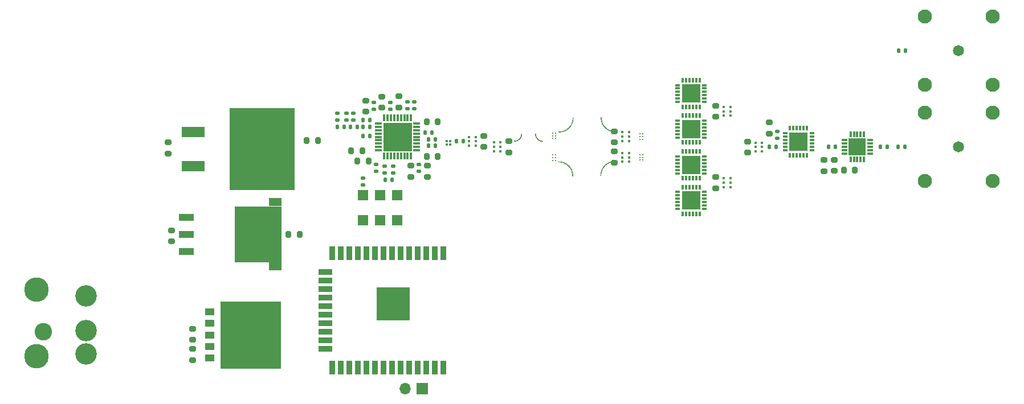
<source format=gbr>
%TF.GenerationSoftware,KiCad,Pcbnew,(6.0.9)*%
%TF.CreationDate,2022-11-10T01:17:40-05:00*%
%TF.ProjectId,5GHzPhaseShifter,3547487a-5068-4617-9365-536869667465,rev?*%
%TF.SameCoordinates,Original*%
%TF.FileFunction,Soldermask,Top*%
%TF.FilePolarity,Negative*%
%FSLAX46Y46*%
G04 Gerber Fmt 4.6, Leading zero omitted, Abs format (unit mm)*
G04 Created by KiCad (PCBNEW (6.0.9)) date 2022-11-10 01:17:40*
%MOMM*%
%LPD*%
G01*
G04 APERTURE LIST*
G04 Aperture macros list*
%AMRoundRect*
0 Rectangle with rounded corners*
0 $1 Rounding radius*
0 $2 $3 $4 $5 $6 $7 $8 $9 X,Y pos of 4 corners*
0 Add a 4 corners polygon primitive as box body*
4,1,4,$2,$3,$4,$5,$6,$7,$8,$9,$2,$3,0*
0 Add four circle primitives for the rounded corners*
1,1,$1+$1,$2,$3*
1,1,$1+$1,$4,$5*
1,1,$1+$1,$6,$7*
1,1,$1+$1,$8,$9*
0 Add four rect primitives between the rounded corners*
20,1,$1+$1,$2,$3,$4,$5,0*
20,1,$1+$1,$4,$5,$6,$7,0*
20,1,$1+$1,$6,$7,$8,$9,0*
20,1,$1+$1,$8,$9,$2,$3,0*%
%AMFreePoly0*
4,1,38,2.141972,2.141972,2.163500,2.090000,2.147795,1.829795,2.100910,1.573368,2.023525,1.324442,1.916762,1.086629,1.782173,0.863383,1.621711,0.657944,1.437706,0.473296,1.232828,0.312118,1.010053,0.176751,0.772615,0.069159,0.523960,-0.009095,0.267698,-0.056874,0.073500,-0.069275,0.073500,-0.073500,-0.073500,-0.073500,-0.073500,0.073500,0.007005,0.073500,0.007036,0.073513,
0.007068,0.073500,0.069669,0.073500,0.270178,0.087316,0.528702,0.139560,0.778220,0.225030,1.014482,0.342268,1.233462,0.489278,1.431431,0.663555,1.605017,0.862131,1.751261,1.081623,1.867674,1.318292,1.952273,1.568107,2.003615,1.826812,2.020237,2.080978,2.016500,2.090000,2.038028,2.141972,2.090000,2.163500,2.141972,2.141972,2.141972,2.141972,$1*%
%AMFreePoly1*
4,1,38,2.138326,2.141969,2.159854,2.089997,2.144149,1.829792,2.097264,1.573365,2.019879,1.324439,1.913116,1.086626,1.778527,0.863380,1.618065,0.657941,1.434060,0.473293,1.229182,0.312115,1.006407,0.176748,0.768969,0.069156,0.520314,-0.009098,0.264052,-0.056877,0.073500,-0.069046,0.073500,-0.073500,-0.073500,-0.073500,-0.073500,0.073500,0.003366,0.073500,0.003390,0.073510,
0.003414,0.073500,0.066066,0.073500,0.266532,0.087313,0.525056,0.139557,0.774574,0.225027,1.010836,0.342265,1.229816,0.489275,1.427785,0.663552,1.601371,0.862128,1.747615,1.081620,1.864028,1.318289,1.948627,1.568104,1.999969,1.826809,2.016591,2.080975,2.012854,2.089997,2.034382,2.141969,2.086354,2.163497,2.138326,2.141969,2.138326,2.141969,$1*%
%AMFreePoly2*
4,1,28,1.096848,1.102096,1.118500,1.050175,1.101933,0.855475,1.051809,0.666610,0.969651,0.489318,0.857955,0.328985,0.720114,0.190485,0.560316,0.078024,0.383418,-0.004979,0.194794,-0.056004,0.073500,-0.066908,0.073500,-0.073500,-0.073500,-0.073500,-0.073500,0.073500,0.041219,0.073500,0.169577,0.085039,0.334093,0.129542,0.488381,0.201936,0.627754,0.300023,0.747977,0.420821,
0.845397,0.560661,0.917055,0.715293,0.960772,0.880019,0.974589,1.042417,0.971500,1.049825,0.992904,1.101848,1.044825,1.123500,1.096848,1.102096,1.096848,1.102096,$1*%
G04 Aperture macros list end*
%ADD10RoundRect,0.200000X0.275000X-0.200000X0.275000X0.200000X-0.275000X0.200000X-0.275000X-0.200000X0*%
%ADD11RoundRect,0.135000X0.185000X-0.135000X0.185000X0.135000X-0.185000X0.135000X-0.185000X-0.135000X0*%
%ADD12RoundRect,0.135000X0.135000X0.185000X-0.135000X0.185000X-0.135000X-0.185000X0.135000X-0.185000X0*%
%ADD13R,2.160000X1.070000*%
%ADD14R,7.000000X8.330000*%
%ADD15R,1.910000X1.235000*%
%ADD16RoundRect,0.135000X-0.135000X-0.185000X0.135000X-0.185000X0.135000X0.185000X-0.135000X0.185000X0*%
%ADD17FreePoly0,180.000000*%
%ADD18FreePoly1,90.000000*%
%ADD19R,0.800000X0.300000*%
%ADD20R,0.300000X0.800000*%
%ADD21R,2.750000X2.750000*%
%ADD22R,0.330000X0.410000*%
%ADD23R,1.600000X1.600000*%
%ADD24C,1.650000*%
%ADD25C,2.100000*%
%ADD26RoundRect,0.200000X-0.200000X-0.275000X0.200000X-0.275000X0.200000X0.275000X-0.200000X0.275000X0*%
%ADD27RoundRect,0.200000X-0.275000X0.200000X-0.275000X-0.200000X0.275000X-0.200000X0.275000X0.200000X0*%
%ADD28R,0.300000X1.100000*%
%ADD29R,1.100000X0.300000*%
%ADD30R,4.250000X4.250000*%
%ADD31RoundRect,0.135000X-0.185000X0.135000X-0.185000X-0.135000X0.185000X-0.135000X0.185000X0.135000X0*%
%ADD32R,0.250000X0.250000*%
%ADD33R,0.950000X0.300000*%
%ADD34R,0.300000X0.950000*%
%ADD35R,2.500000X2.500000*%
%ADD36RoundRect,0.200000X0.200000X0.275000X-0.200000X0.275000X-0.200000X-0.275000X0.200000X-0.275000X0*%
%ADD37R,1.370000X1.070000*%
%ADD38R,9.000000X10.000000*%
%ADD39FreePoly0,0.000000*%
%ADD40FreePoly1,270.000000*%
%ADD41R,1.700000X1.700000*%
%ADD42O,1.700000X1.700000*%
%ADD43FreePoly2,0.000000*%
%ADD44FreePoly2,270.000000*%
%ADD45R,0.900000X2.000000*%
%ADD46R,2.000000X0.900000*%
%ADD47R,5.000000X5.000000*%
%ADD48R,0.300000X0.350000*%
%ADD49C,2.600000*%
%ADD50C,3.200000*%
%ADD51C,3.653000*%
%ADD52R,3.500000X1.600000*%
%ADD53R,9.750000X12.200000*%
G04 APERTURE END LIST*
D10*
%TO.C,R6*%
X140868400Y-109740200D03*
X140868400Y-108090200D03*
%TD*%
D11*
%TO.C,C22*%
X122370000Y-112778000D03*
X122370000Y-111758000D03*
%TD*%
D12*
%TO.C,C42*%
X197106000Y-108915200D03*
X196086000Y-108915200D03*
%TD*%
D10*
%TO.C,C41*%
X187706000Y-112534200D03*
X187706000Y-110884200D03*
%TD*%
D13*
%TO.C,IC7*%
X92971000Y-119380000D03*
X92971000Y-121920000D03*
X92971000Y-124460000D03*
D14*
X103641000Y-121920000D03*
D15*
X106186000Y-126702500D03*
X106186000Y-117137500D03*
%TD*%
D16*
%TO.C,R12*%
X198676800Y-108915200D03*
X199696800Y-108915200D03*
%TD*%
D17*
%TO.C,U4*%
X156638000Y-111143200D03*
D18*
X150368000Y-113233200D03*
%TD*%
D11*
%TO.C,C12*%
X117754400Y-104954800D03*
X117754400Y-103934800D03*
%TD*%
D19*
%TO.C,AT3*%
X165944800Y-105023600D03*
X165944800Y-105523600D03*
X165944800Y-106023600D03*
X165944800Y-106523600D03*
X165944800Y-107023600D03*
X165944800Y-107523600D03*
D20*
X166694800Y-108273600D03*
X167194800Y-108273600D03*
X167694800Y-108273600D03*
X168194800Y-108273600D03*
X168694800Y-108273600D03*
X169194800Y-108273600D03*
D19*
X169944800Y-107523600D03*
X169944800Y-107023600D03*
X169944800Y-106523600D03*
X169944800Y-106023600D03*
X169944800Y-105523600D03*
X169944800Y-105023600D03*
D20*
X169194800Y-104273600D03*
X168694800Y-104273600D03*
X168194800Y-104273600D03*
X167694800Y-104273600D03*
X167194800Y-104273600D03*
X166694800Y-104273600D03*
D21*
X167944800Y-106273600D03*
%TD*%
D22*
%TO.C,U7*%
X158737000Y-107391200D03*
X157747000Y-106741200D03*
X157747000Y-107391200D03*
X158737000Y-108041200D03*
X158737000Y-106741200D03*
X157747000Y-108041200D03*
%TD*%
D10*
%TO.C,C1*%
X122021600Y-103085400D03*
X122021600Y-101435400D03*
%TD*%
D23*
%TO.C,Y1*%
X119195000Y-119883000D03*
X121735000Y-119883000D03*
X124275000Y-119883000D03*
X124275000Y-116083000D03*
X121735000Y-116083000D03*
X119195000Y-116083000D03*
%TD*%
D24*
%TO.C,J2*%
X207695800Y-94615000D03*
D25*
X202645800Y-99665000D03*
X202645800Y-89565000D03*
X212745800Y-99665000D03*
X212745800Y-89565000D03*
%TD*%
D10*
%TO.C,R9*%
X171602400Y-104457000D03*
X171602400Y-102807000D03*
%TD*%
D19*
%TO.C,AT1*%
X165944800Y-110357600D03*
X165944800Y-110857600D03*
X165944800Y-111357600D03*
X165944800Y-111857600D03*
X165944800Y-112357600D03*
X165944800Y-112857600D03*
D20*
X166694800Y-113607600D03*
X167194800Y-113607600D03*
X167694800Y-113607600D03*
X168194800Y-113607600D03*
X168694800Y-113607600D03*
X169194800Y-113607600D03*
D19*
X169944800Y-112857600D03*
X169944800Y-112357600D03*
X169944800Y-111857600D03*
X169944800Y-111357600D03*
X169944800Y-110857600D03*
X169944800Y-110357600D03*
D20*
X169194800Y-109607600D03*
X168694800Y-109607600D03*
X168194800Y-109607600D03*
X167694800Y-109607600D03*
X167194800Y-109607600D03*
X166694800Y-109607600D03*
D21*
X167944800Y-111607600D03*
%TD*%
D11*
%TO.C,C2*%
X125780800Y-103278400D03*
X125780800Y-102258400D03*
%TD*%
%TO.C,R3*%
X115366800Y-104954800D03*
X115366800Y-103934800D03*
%TD*%
D12*
%TO.C,C37*%
X180545200Y-108915200D03*
X179525200Y-108915200D03*
%TD*%
D26*
%TO.C,C43*%
X108102400Y-121920000D03*
X109752400Y-121920000D03*
%TD*%
D10*
%TO.C,R10*%
X171602400Y-115074200D03*
X171602400Y-113424200D03*
%TD*%
D27*
%TO.C,C44*%
X93878400Y-138976600D03*
X93878400Y-140626600D03*
%TD*%
D16*
%TO.C,C10*%
X115364800Y-105918000D03*
X116384800Y-105918000D03*
%TD*%
D22*
%TO.C,U2*%
X138646200Y-108915200D03*
X139636200Y-109565200D03*
X138646200Y-108265200D03*
X139636200Y-108915200D03*
X138646200Y-109565200D03*
X139636200Y-108265200D03*
%TD*%
D10*
%TO.C,R11*%
X176326800Y-109765600D03*
X176326800Y-108115600D03*
%TD*%
D12*
%TO.C,C38*%
X189384400Y-108915200D03*
X188364400Y-108915200D03*
%TD*%
D28*
%TO.C,IC1*%
X126333000Y-104592000D03*
X125833000Y-104592000D03*
X125333000Y-104592000D03*
X124833000Y-104592000D03*
X124333000Y-104592000D03*
X123833000Y-104592000D03*
X123333000Y-104592000D03*
X122833000Y-104592000D03*
X122333000Y-104592000D03*
D29*
X121483000Y-105442000D03*
X121483000Y-105942000D03*
X121483000Y-106442000D03*
X121483000Y-106942000D03*
X121483000Y-107442000D03*
X121483000Y-107942000D03*
X121483000Y-108442000D03*
X121483000Y-108942000D03*
X121483000Y-109442000D03*
D28*
X122333000Y-110292000D03*
X122833000Y-110292000D03*
X123333000Y-110292000D03*
X123833000Y-110292000D03*
X124333000Y-110292000D03*
X124833000Y-110292000D03*
X125333000Y-110292000D03*
X125833000Y-110292000D03*
X126333000Y-110292000D03*
D29*
X127183000Y-109442000D03*
X127183000Y-108942000D03*
X127183000Y-108442000D03*
X127183000Y-107942000D03*
X127183000Y-107442000D03*
X127183000Y-106942000D03*
X127183000Y-106442000D03*
X127183000Y-105942000D03*
X127183000Y-105442000D03*
D30*
X124333000Y-107442000D03*
%TD*%
D12*
%TO.C,R1*%
X120194800Y-105918000D03*
X119174800Y-105918000D03*
%TD*%
D10*
%TO.C,R5*%
X137160000Y-108927400D03*
X137160000Y-107277400D03*
%TD*%
D26*
%TO.C,C16*%
X128664200Y-110337600D03*
X130314200Y-110337600D03*
%TD*%
D12*
%TO.C,C26*%
X134056000Y-108077000D03*
X133036000Y-108077000D03*
%TD*%
D31*
%TO.C,C18*%
X127508000Y-111504000D03*
X127508000Y-112524000D03*
%TD*%
D27*
%TO.C,C23*%
X126288800Y-111747800D03*
X126288800Y-113397800D03*
%TD*%
%TO.C,C46*%
X93878400Y-135979400D03*
X93878400Y-137629400D03*
%TD*%
D12*
%TO.C,R4*%
X123515000Y-113792000D03*
X122495000Y-113792000D03*
%TD*%
D16*
%TO.C,C9*%
X128420400Y-106781600D03*
X129440400Y-106781600D03*
%TD*%
D11*
%TO.C,C7*%
X120802400Y-103329200D03*
X120802400Y-102309200D03*
%TD*%
D19*
%TO.C,AT4*%
X165944800Y-99740400D03*
X165944800Y-100240400D03*
X165944800Y-100740400D03*
X165944800Y-101240400D03*
X165944800Y-101740400D03*
X165944800Y-102240400D03*
D20*
X166694800Y-102990400D03*
X167194800Y-102990400D03*
X167694800Y-102990400D03*
X168194800Y-102990400D03*
X168694800Y-102990400D03*
X169194800Y-102990400D03*
D19*
X169944800Y-102240400D03*
X169944800Y-101740400D03*
X169944800Y-101240400D03*
X169944800Y-100740400D03*
X169944800Y-100240400D03*
X169944800Y-99740400D03*
D20*
X169194800Y-98990400D03*
X168694800Y-98990400D03*
X168194800Y-98990400D03*
X167694800Y-98990400D03*
X167194800Y-98990400D03*
X166694800Y-98990400D03*
D21*
X167944800Y-100990400D03*
%TD*%
D16*
%TO.C,C15*%
X128928400Y-108762800D03*
X129948400Y-108762800D03*
%TD*%
D11*
%TO.C,C35*%
X180746400Y-107647200D03*
X180746400Y-106627200D03*
%TD*%
D16*
%TO.C,C14*%
X128928400Y-107797600D03*
X129948400Y-107797600D03*
%TD*%
D24*
%TO.C,J1*%
X207707600Y-108915200D03*
D25*
X202657600Y-113965200D03*
X202657600Y-103865200D03*
X212757600Y-113965200D03*
X212757600Y-103865200D03*
%TD*%
D26*
%TO.C,C39*%
X190640200Y-112369600D03*
X192290200Y-112369600D03*
%TD*%
D31*
%TO.C,C20*%
X121158000Y-111554800D03*
X121158000Y-112574800D03*
%TD*%
D32*
%TO.C,IC2*%
X147774000Y-110940800D03*
X147774000Y-110540800D03*
X147774000Y-110140800D03*
X147374000Y-110140800D03*
X147374000Y-110540800D03*
X147374000Y-110940800D03*
%TD*%
D10*
%TO.C,C36*%
X179527200Y-106946200D03*
X179527200Y-105296200D03*
%TD*%
D19*
%TO.C,AT5*%
X181896000Y-106903200D03*
X181896000Y-107403200D03*
X181896000Y-107903200D03*
X181896000Y-108403200D03*
X181896000Y-108903200D03*
X181896000Y-109403200D03*
D20*
X182646000Y-110153200D03*
X183146000Y-110153200D03*
X183646000Y-110153200D03*
X184146000Y-110153200D03*
X184646000Y-110153200D03*
X185146000Y-110153200D03*
D19*
X185896000Y-109403200D03*
X185896000Y-108903200D03*
X185896000Y-108403200D03*
X185896000Y-107903200D03*
X185896000Y-107403200D03*
X185896000Y-106903200D03*
D20*
X185146000Y-106153200D03*
X184646000Y-106153200D03*
X184146000Y-106153200D03*
X183646000Y-106153200D03*
X183146000Y-106153200D03*
X182646000Y-106153200D03*
D21*
X183896000Y-108153200D03*
%TD*%
D22*
%TO.C,U8*%
X173773800Y-103632000D03*
X172783800Y-102982000D03*
X172783800Y-103632000D03*
X173773800Y-102982000D03*
X173773800Y-104282000D03*
X172783800Y-104282000D03*
%TD*%
D32*
%TO.C,IC5*%
X160757000Y-110890000D03*
X160757000Y-110490000D03*
X160757000Y-110090000D03*
X160357000Y-110090000D03*
X160357000Y-110490000D03*
X160357000Y-110890000D03*
%TD*%
D11*
%TO.C,C13*%
X116738400Y-104954800D03*
X116738400Y-103934800D03*
%TD*%
D10*
%TO.C,C3*%
X124510800Y-103034600D03*
X124510800Y-101384600D03*
%TD*%
D33*
%TO.C,IC6*%
X190733600Y-107915200D03*
X190733600Y-108415200D03*
X190733600Y-108915200D03*
X190733600Y-109415200D03*
X190733600Y-109915200D03*
D34*
X191633600Y-110815200D03*
X192133600Y-110815200D03*
X192633600Y-110815200D03*
X193133600Y-110815200D03*
X193633600Y-110815200D03*
D33*
X194533600Y-109915200D03*
X194533600Y-109415200D03*
X194533600Y-108915200D03*
X194533600Y-108415200D03*
X194533600Y-107915200D03*
D34*
X193633600Y-107015200D03*
X193133600Y-107015200D03*
X192633600Y-107015200D03*
X192133600Y-107015200D03*
X191633600Y-107015200D03*
D35*
X192633600Y-108915200D03*
%TD*%
D27*
%TO.C,C19*%
X128727200Y-111747800D03*
X128727200Y-113397800D03*
%TD*%
D36*
%TO.C,C25*%
X119087400Y-109524800D03*
X117437400Y-109524800D03*
%TD*%
D22*
%TO.C,U6*%
X158737000Y-110490000D03*
X157747000Y-109840000D03*
X158737000Y-109840000D03*
X157747000Y-110490000D03*
X158737000Y-111140000D03*
X157747000Y-111140000D03*
%TD*%
D26*
%TO.C,C48*%
X110833400Y-107950000D03*
X112483400Y-107950000D03*
%TD*%
D10*
%TO.C,C6*%
X119583200Y-103695000D03*
X119583200Y-102045000D03*
%TD*%
D37*
%TO.C,IC9*%
X96376000Y-133466000D03*
X96376000Y-135186000D03*
X96376000Y-136906000D03*
X96376000Y-138626000D03*
X96376000Y-140346000D03*
D38*
X102501000Y-136906000D03*
%TD*%
D32*
%TO.C,IC4*%
X160757000Y-107791200D03*
X160757000Y-107391200D03*
X160757000Y-106991200D03*
X160357000Y-106991200D03*
X160357000Y-107391200D03*
X160357000Y-107791200D03*
%TD*%
D39*
%TO.C,U5*%
X148314400Y-106730800D03*
D40*
X154584400Y-104640800D03*
%TD*%
D12*
%TO.C,C11*%
X120194800Y-104902000D03*
X119174800Y-104902000D03*
%TD*%
%TO.C,C8*%
X120194800Y-107340400D03*
X119174800Y-107340400D03*
%TD*%
%TO.C,R2*%
X118315200Y-105918000D03*
X117295200Y-105918000D03*
%TD*%
D41*
%TO.C,J4*%
X127996000Y-144906600D03*
D42*
X125456000Y-144906600D03*
%TD*%
D32*
%TO.C,IC3*%
X147774000Y-107689600D03*
X147774000Y-107289600D03*
X147774000Y-106889600D03*
X147374000Y-106889600D03*
X147374000Y-107289600D03*
X147374000Y-107689600D03*
%TD*%
D43*
%TO.C,U3*%
X141681200Y-108102400D03*
D44*
X144816200Y-107052400D03*
%TD*%
D27*
%TO.C,R7*%
X156565600Y-109614200D03*
X156565600Y-111264200D03*
%TD*%
D11*
%TO.C,C49*%
X119195000Y-114556000D03*
X119195000Y-113536000D03*
%TD*%
D45*
%TO.C,U11*%
X131140200Y-124748400D03*
X129870200Y-124748400D03*
X128600200Y-124748400D03*
X127330200Y-124748400D03*
X126060200Y-124748400D03*
X124790200Y-124748400D03*
X123520200Y-124748400D03*
X122250200Y-124748400D03*
X120980200Y-124748400D03*
X119710200Y-124748400D03*
X118440200Y-124748400D03*
X117170200Y-124748400D03*
X115900200Y-124748400D03*
X114630200Y-124748400D03*
D46*
X113630200Y-127533400D03*
X113630200Y-128803400D03*
X113630200Y-130073400D03*
X113630200Y-131343400D03*
X113630200Y-132613400D03*
X113630200Y-133883400D03*
X113630200Y-135153400D03*
X113630200Y-136423400D03*
X113630200Y-137693400D03*
X113630200Y-138963400D03*
D45*
X114630200Y-141748400D03*
X115900200Y-141748400D03*
X117170200Y-141748400D03*
X118440200Y-141748400D03*
X119710200Y-141748400D03*
X120980200Y-141748400D03*
X122250200Y-141748400D03*
X123520200Y-141748400D03*
X124790200Y-141748400D03*
X126060200Y-141748400D03*
X127330200Y-141748400D03*
X128600200Y-141748400D03*
X129870200Y-141748400D03*
X131140200Y-141748400D03*
D47*
X123640200Y-132248400D03*
%TD*%
D10*
%TO.C,C47*%
X90728800Y-122999000D03*
X90728800Y-121349000D03*
%TD*%
D48*
%TO.C,FL1*%
X132126800Y-108056000D03*
X131626800Y-108056000D03*
X131626800Y-108606000D03*
X132126800Y-108606000D03*
%TD*%
D31*
%TO.C,C5*%
X126796800Y-102258400D03*
X126796800Y-103278400D03*
%TD*%
D36*
%TO.C,C17*%
X120001800Y-110998000D03*
X118351800Y-110998000D03*
%TD*%
D27*
%TO.C,R8*%
X156565600Y-106617000D03*
X156565600Y-108267000D03*
%TD*%
D31*
%TO.C,C21*%
X123640000Y-111758000D03*
X123640000Y-112778000D03*
%TD*%
%TO.C,C4*%
X123291600Y-102309200D03*
X123291600Y-103329200D03*
%TD*%
D10*
%TO.C,C40*%
X189230000Y-112483400D03*
X189230000Y-110833400D03*
%TD*%
D49*
%TO.C,J3*%
X71710000Y-136400000D03*
D50*
X78010000Y-139700000D03*
X78010000Y-131100000D03*
X78010000Y-136300000D03*
D51*
X70710000Y-130200000D03*
X70710000Y-140100000D03*
%TD*%
D26*
%TO.C,C24*%
X128664200Y-105156000D03*
X130314200Y-105156000D03*
%TD*%
D16*
%TO.C,R13*%
X198753000Y-94615000D03*
X199773000Y-94615000D03*
%TD*%
D10*
%TO.C,C45*%
X90271600Y-109892600D03*
X90271600Y-108242600D03*
%TD*%
D19*
%TO.C,AT2*%
X165944800Y-115640800D03*
X165944800Y-116140800D03*
X165944800Y-116640800D03*
X165944800Y-117140800D03*
X165944800Y-117640800D03*
X165944800Y-118140800D03*
D20*
X166694800Y-118890800D03*
X167194800Y-118890800D03*
X167694800Y-118890800D03*
X168194800Y-118890800D03*
X168694800Y-118890800D03*
X169194800Y-118890800D03*
D19*
X169944800Y-118140800D03*
X169944800Y-117640800D03*
X169944800Y-117140800D03*
X169944800Y-116640800D03*
X169944800Y-116140800D03*
X169944800Y-115640800D03*
D20*
X169194800Y-114890800D03*
X168694800Y-114890800D03*
X168194800Y-114890800D03*
X167694800Y-114890800D03*
X167194800Y-114890800D03*
X166694800Y-114890800D03*
D21*
X167944800Y-116890800D03*
%TD*%
D22*
%TO.C,U1*%
X134937800Y-108102400D03*
X135927800Y-108752400D03*
X134937800Y-108752400D03*
X134937800Y-107452400D03*
X135927800Y-108102400D03*
X135927800Y-107452400D03*
%TD*%
%TO.C,U9*%
X173773800Y-114249200D03*
X172783800Y-113599200D03*
X173773800Y-113599200D03*
X172783800Y-114249200D03*
X173773800Y-114899200D03*
X172783800Y-114899200D03*
%TD*%
%TO.C,U10*%
X178498200Y-108940600D03*
X177508200Y-108290600D03*
X178498200Y-108290600D03*
X178498200Y-109590600D03*
X177508200Y-108940600D03*
X177508200Y-109590600D03*
%TD*%
D52*
%TO.C,IC8*%
X93952500Y-106680000D03*
X93952500Y-111760000D03*
D53*
X104227500Y-109220000D03*
%TD*%
M02*

</source>
